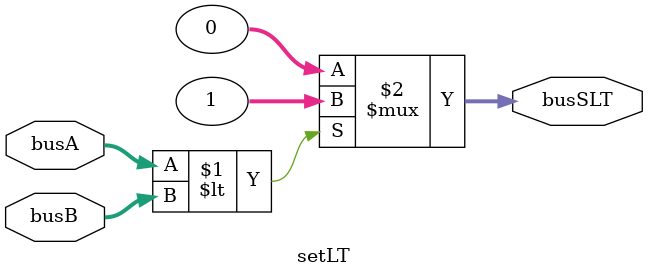
<source format=v>
module setLT (busSLT, busA, busB);
	output [31:0] busSLT;
	input  [31:0] busA, busB;
	wire zSUB, oSUB, cSUB, nSUB;

	wire [31:0] busSUB;

	assign busSLT = (busA < busB) ? 32'b1:32'b0;
endmodule
</source>
